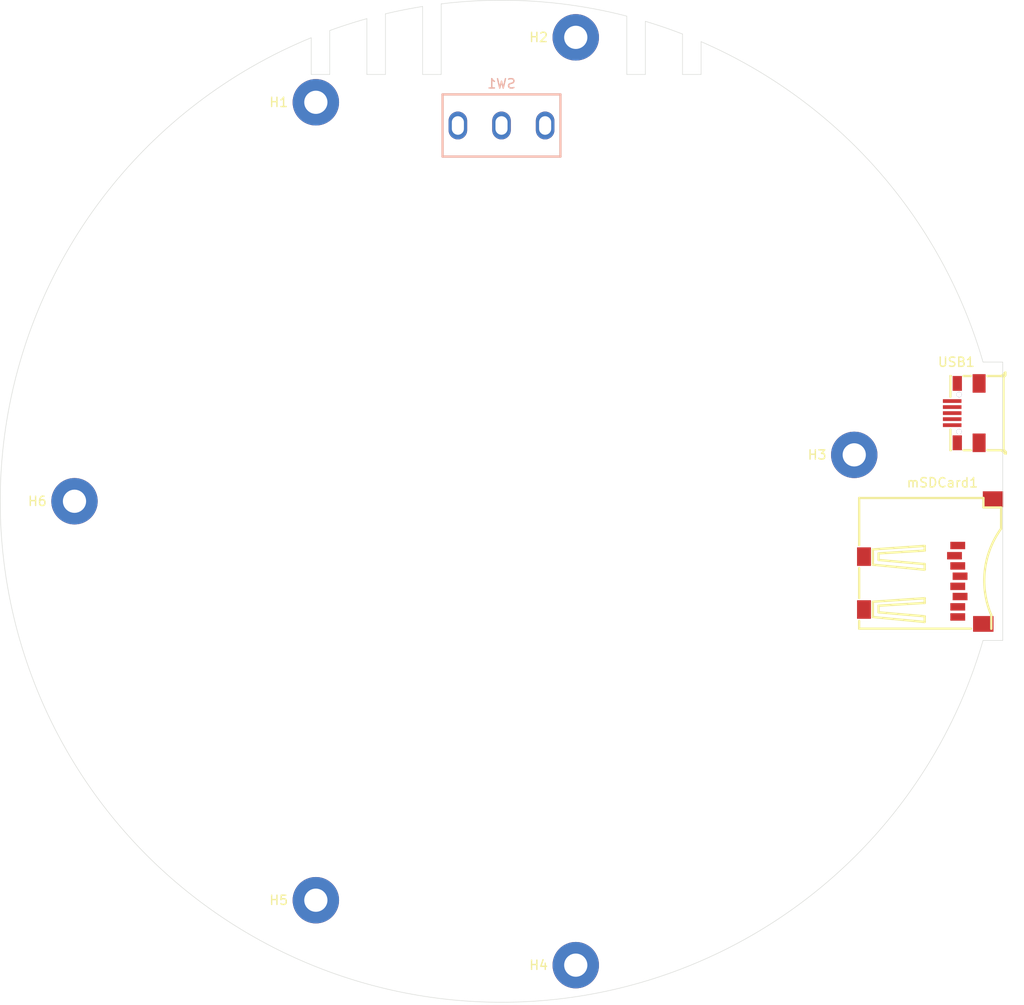
<source format=kicad_pcb>
(kicad_pcb (version 20241229) (generator "pcbnew") (generator_version "9.0")
  (title_block (title "esp32s3-gnss-base-station") (date "2025-11-25") (rev "0.1"))
  (layers (0 "F.Cu" signal) (4 "In1.Cu" power) (6 "In2.Cu" power) (2 "B.Cu" signal) (13 "F.Paste" user) (15 "B.Paste" user) (5 "F.SilkS" user "F.Silkscreen") (7 "B.SilkS" user "B.Silkscreen") (1 "F.Mask" user) (3 "B.Mask" user) (25 "Edge.Cuts" user))
  (net 0 "")
  (net 1 "GND")
  (footprint "MountingHole:MountingHole_2.5mm_Pad" (layer "F.Cu") (at 80 57)
    (property "Reference" "H1" (at -4 0 0) (layer "F.SilkS"))
    (property "Value" "MountingHole_Pad")
    (pad "1" thru_hole circle (at 0 0) (size 5 5) (drill 2.5) (layers "*.Cu" "*.Mask") (net 1 "GND"))
  )
  (footprint "MountingHole:MountingHole_2.5mm_Pad" (layer "F.Cu") (at 138 95)
    (property "Reference" "H3" (at -4 0 0) (layer "F.SilkS"))
    (property "Value" "MountingHole_Pad")
    (pad "1" thru_hole circle (at 0 0) (size 5 5) (drill 2.5) (layers "*.Cu" "*.Mask") (net 1 "GND"))
  )
  (footprint "MountingHole:MountingHole_2.5mm_Pad" (layer "F.Cu") (at 54 100)
    (property "Reference" "H6" (at -4 0 0) (layer "F.SilkS"))
    (property "Value" "MountingHole_Pad")
    (pad "1" thru_hole circle (at 0 0) (size 5 5) (drill 2.5) (layers "*.Cu" "*.Mask") (net 1 "GND"))
  )
  (footprint "LCSC:TF-SMD_TF-001B" (layer "F.Cu") (at 146 106.5 180)
    (property "Reference" "mSDCard1" (at -1.5 8.5 0) (layer "F.SilkS"))
    (property "Value" "TF-001B")
    (fp_line (start 7.47 6.85) (end -5.92 6.85) (stroke (width 0.25)) (layer "F.SilkS"))
    (fp_line (start 7.47 1.76) (end 7.47 6.85) (stroke (width 0.25)) (layer "F.SilkS"))
    (fp_line (start 7.47 -3.94) (end 7.47 -0.7) (stroke (width 0.25)) (layer "F.SilkS"))
    (fp_line (start 7.47 -7.23) (end 7.47 -6.4) (stroke (width 0.25)) (layer "F.SilkS"))
    (fp_line (start 7.47 -7.23) (end -4.57 -7.23) (stroke (width 0.25)) (layer "F.SilkS"))
    (fp_line (start 5.99 1.28) (end 5.97 1.31) (stroke (width 0.25)) (layer "F.SilkS"))
    (fp_line (start 5.99 -0.34) (end 5.99 1.28) (stroke (width 0.25)) (layer "F.SilkS"))
    (fp_line (start 5.99 -4.36) (end 5.97 -4.33) (stroke (width 0.25)) (layer "F.SilkS"))
    (fp_line (start 5.99 -5.98) (end 5.99 -4.36) (stroke (width 0.25)) (layer "F.SilkS"))
    (fp_line (start 5.97 1.31) (end 0.41 1.69) (stroke (width 0.25)) (layer "F.SilkS"))
    (fp_line (start 5.97 -4.33) (end 0.41 -3.95) (stroke (width 0.25)) (layer "F.SilkS"))
    (fp_line (start 5.38 0.88) (end 5.38 0.17) (stroke (width 0.25)) (layer "F.SilkS"))
    (fp_line (start 5.38 0.17) (end 0.41 -0.27) (stroke (width 0.25)) (layer "F.SilkS"))
    (fp_line (start 5.38 -4.76) (end 5.38 -5.47) (stroke (width 0.25)) (layer "F.SilkS"))
    (fp_line (start 5.38 -5.47) (end 0.41 -5.9) (stroke (width 0.25)) (layer "F.SilkS"))
    (fp_line (start 0.43 -0.88) (end 5.99 -0.34) (stroke (width 0.25)) (layer "F.SilkS"))
    (fp_line (start 0.43 -6.51) (end 5.99 -5.98) (stroke (width 0.25)) (layer "F.SilkS"))
    (fp_line (start 0.41 1.69) (end 0.41 1.32) (stroke (width 0.25)) (layer "F.SilkS"))
    (fp_line (start 0.41 1.32) (end 0.41 1.18) (stroke (width 0.25)) (layer "F.SilkS"))
    (fp_line (start 0.41 1.18) (end 5.38 0.88) (stroke (width 0.25)) (layer "F.SilkS"))
    (fp_line (start 0.41 -0.27) (end 0.41 -0.85) (stroke (width 0.25)) (layer "F.SilkS"))
    (fp_line (start 0.41 -0.85) (end 0.43 -0.88) (stroke (width 0.25)) (layer "F.SilkS"))
    (fp_line (start 0.41 -3.95) (end 0.41 -4.32) (stroke (width 0.25)) (layer "F.SilkS"))
    (fp_line (start 0.41 -4.32) (end 0.41 -4.46) (stroke (width 0.25)) (layer "F.SilkS"))
    (fp_line (start 0.41 -4.46) (end 5.38 -4.76) (stroke (width 0.25)) (layer "F.SilkS"))
    (fp_line (start 0.41 -5.9) (end 0.41 -6.49) (stroke (width 0.25)) (layer "F.SilkS"))
    (fp_line (start 0.41 -6.49) (end 0.43 -6.51) (stroke (width 0.25)) (layer "F.SilkS"))
    (fp_line (start -5.92 6.85) (end -5.92 5.83) (stroke (width 0.25)) (layer "F.SilkS"))
    (fp_line (start -5.92 5.83) (end -7.82 5.83) (stroke (width 0.25)) (layer "F.SilkS"))
    (fp_line (start -6.76 -7.25) (end -6.76 -5.75) (stroke (width 0.25)) (layer "F.SilkS"))
    (fp_line (start -7.82 5.83) (end -7.82 3.52) (stroke (width 0.25)) (layer "F.SilkS"))
    (fp_arc (start -6.754014 -5.753786) (mid -6.066162 -0.980322) (end -7.8 3.52) (stroke (width 0.25)) (layer "F.SilkS"))
    (pad "1" smd rect (at -3.15 1.73) (size 1.6 0.8) (layers "F.Cu" "F.Mask" "F.Paste"))
    (pad "2" smd rect (at -2.8 0.63 180) (size 1.6 0.8) (layers "F.Cu" "F.Mask" "F.Paste"))
    (pad "3" smd rect (at -3.15 -0.47 180) (size 1.6 0.8) (layers "F.Cu" "F.Mask" "F.Paste"))
    (pad "4" smd rect (at -3.4 -1.58 180) (size 1.6 0.8) (layers "F.Cu" "F.Mask" "F.Paste"))
    (pad "5" smd rect (at -3.15 -2.67 180) (size 1.6 0.8) (layers "F.Cu" "F.Mask" "F.Paste"))
    (pad "6" smd rect (at -3.4 -3.77 180) (size 1.6 0.8) (layers "F.Cu" "F.Mask" "F.Paste"))
    (pad "7" smd rect (at -3.15 -4.88 180) (size 1.6 0.8) (layers "F.Cu" "F.Mask" "F.Paste"))
    (pad "8" smd rect (at -3.15 -5.97 180) (size 1.6 0.8) (layers "F.Cu" "F.Mask" "F.Paste"))
    (pad "9" smd rect (at -5.9 -6.72 270) (size 1.7 2.2) (layers "F.Cu" "F.Mask" "F.Paste"))
    (pad "10" smd rect (at -6.95 6.72 270) (size 1.7 2.2) (layers "F.Cu" "F.Mask" "F.Paste"))
    (pad "11" smd rect (at 6.95 -5.17) (size 1.5 2) (layers "F.Cu" "F.Mask" "F.Paste"))
    (pad "12" smd rect (at 6.95 0.53) (size 1.5 2) (layers "F.Cu" "F.Mask" "F.Paste"))
  )
  (footprint "MountingHole:MountingHole_2.5mm_Pad" (layer "F.Cu") (at 108 50)
    (property "Reference" "H2" (at -4 0 0) (layer "F.SilkS"))
    (property "Value" "MountingHole_Pad")
    (pad "1" thru_hole circle (at 0 0) (size 5 5) (drill 2.5) (layers "*.Cu" "*.Mask") (net 1 "GND"))
  )
  (footprint "MountingHole:MountingHole_2.5mm_Pad" (layer "F.Cu") (at 80 143)
    (property "Reference" "H5" (at -4 0 0) (layer "F.SilkS"))
    (property "Value" "MountingHole_Pad")
    (pad "1" thru_hole circle (at 0 0) (size 5 5) (drill 2.5) (layers "*.Cu" "*.Mask") (net 1 "GND"))
  )
  (footprint "LCSC:MICRO-USB-SMD_MICROQTJ-5P" (layer "F.Cu") (at 150 90.5 90)
    (property "Reference" "USB1" (at 5.5 -1 180) (layer "F.SilkS"))
    (property "Value" "MICROQTJ")
    (fp_line (start 1.76 -1.64) (end 4 -1.64) (stroke (width 0.25)) (layer "F.SilkS"))
    (fp_line (start -4 -1.64) (end -1.76 -1.64) (stroke (width 0.25)) (layer "F.SilkS"))
    (fp_line (start 4 -1.59) (end 4 -1.64) (stroke (width 0.25)) (layer "F.SilkS"))
    (fp_line (start -4 -1.59) (end -4 -1.64) (stroke (width 0.25)) (layer "F.SilkS"))
    (fp_line (start 4 0.57) (end 4 -0.23) (stroke (width 0.25)) (layer "F.SilkS"))
    (fp_line (start -4 0.57) (end -4 -0.23) (stroke (width 0.25)) (layer "F.SilkS"))
    (fp_line (start 4 2.39) (end 4 2.33) (stroke (width 0.25)) (layer "F.SilkS"))
    (fp_line (start 4 2.39) (end 4 3.99) (stroke (width 0.25)) (layer "F.SilkS"))
    (fp_line (start -4 2.39) (end -4 2.33) (stroke (width 0.25)) (layer "F.SilkS"))
    (fp_line (start -4 2.39) (end -4 3.86) (stroke (width 0.25)) (layer "F.SilkS"))
    (fp_line (start 3.99 3.86) (end 4.38 4.28) (stroke (width 0.25)) (layer "F.SilkS"))
    (fp_line (start 3.88 4.08) (end -3.94 4.08) (stroke (width 0.25)) (layer "F.SilkS"))
    (fp_line (start -3.94 4.08) (end -4.2 4.33) (stroke (width 0.25)) (layer "F.SilkS"))
    (fp_line (start 4.38 4.28) (end 4.09 4.28) (stroke (width 0.25)) (layer "F.SilkS"))
    (fp_line (start 4.09 4.28) (end 3.88 4.08) (stroke (width 0.25)) (layer "F.SilkS"))
    (fp_line (start -4.37 4.28) (end -4.01 3.86) (stroke (width 0.25)) (layer "F.SilkS"))
    (fp_line (start -4.2 4.33) (end -4.37 4.33) (stroke (width 0.25)) (layer "F.SilkS"))
    (fp_line (start -4.37 4.33) (end -4.37 4.28) (stroke (width 0.25)) (layer "F.SilkS"))
    (pad "" thru_hole circle (at -2 -0.7 90) (size 0.55 0.55) (drill 0.55) (layers "*.Cu" "*.Mask"))
    (pad "" thru_hole circle (at 2 -0.7 90) (size 0.55 0.55) (drill 0.55) (layers "*.Cu" "*.Mask"))
    (pad "1" smd rect (at -1.3 -1.45) (size 2 0.4) (layers "F.Cu" "F.Mask" "F.Paste"))
    (pad "2" smd rect (at -0.65 -1.45) (size 2 0.4) (layers "F.Cu" "F.Mask" "F.Paste"))
    (pad "3" smd rect (at 0 -1.45) (size 2 0.4) (layers "F.Cu" "F.Mask" "F.Paste"))
    (pad "4" smd rect (at 0.65 -1.45) (size 2 0.4) (layers "F.Cu" "F.Mask" "F.Paste"))
    (pad "5" smd rect (at 1.3 -1.45) (size 2 0.4) (layers "F.Cu" "F.Mask" "F.Paste"))
    (pad "6" smd rect (at -3.2 -0.9 90) (size 1.6 1) (layers "F.Cu" "F.Mask" "F.Paste"))
    (pad "7" smd rect (at -3.2 1.45 90) (size 2 1.4) (layers "F.Cu" "F.Mask" "F.Paste"))
    (pad "8" smd rect (at 3.2 1.45 90) (size 2 1.4) (layers "F.Cu" "F.Mask" "F.Paste"))
    (pad "9" smd rect (at 3.2 -0.9 90) (size 1.6 1) (layers "F.Cu" "F.Mask" "F.Paste"))
  )
  (footprint "MountingHole:MountingHole_2.5mm_Pad" (layer "F.Cu") (at 108 150)
    (property "Reference" "H4" (at -4 0 0) (layer "F.SilkS"))
    (property "Value" "MountingHole_Pad")
    (pad "1" thru_hole circle (at 0 0) (size 5 5) (drill 2.5) (layers "*.Cu" "*.Mask") (net 1 "GND"))
  )
  (footprint "LCSC:SW-TH_SS-12D10L5" (layer "B.Cu") (at 100 59.5 180)
    (property "Reference" "SW1" (at 0 4.5 0) (layer "B.SilkS") (effects (justify mirror)))
    (property "Value" "SS-12D10L5")
    (fp_line (start 6.35 3.35) (end 6.35 -3.35) (stroke (width 0.25)) (layer "B.SilkS"))
    (fp_line (start 6.35 -3.35) (end -6.35 -3.35) (stroke (width 0.25)) (layer "B.SilkS"))
    (fp_line (start -6.35 3.35) (end 6.35 3.35) (stroke (width 0.25)) (layer "B.SilkS"))
    (fp_line (start -6.35 -3.35) (end -6.35 3.35) (stroke (width 0.25)) (layer "B.SilkS"))
    (pad "1" thru_hole oval (at -4.7 0 180) (size 2 3) (drill oval 1.300023 1.999996) (layers "*.Cu" "*.Mask"))
    (pad "2" thru_hole oval (at 0 0 180) (size 2 3) (drill oval 1.300023 1.999996) (layers "*.Cu" "*.Mask"))
    (pad "3" thru_hole oval (at 4.7 0 180) (size 2 3) (drill oval 1.300023 1.999996) (layers "*.Cu" "*.Mask"))
  )
  (gr_line (start 91.5 54) (end 93.5 54) (stroke (width 0.05)) (layer "Edge.Cuts"))
  (gr_line (start 93.5 54) (end 93.5 46.392633) (stroke (width 0.05)) (layer "Edge.Cuts"))
  (gr_line (start 154 100) (end 154 85) (stroke (width 0.05)) (layer "Edge.Cuts"))
  (gr_line (start 115.5 54) (end 113.5 54) (stroke (width 0.05)) (layer "Edge.Cuts"))
  (gr_line (start 79.5 54) (end 81.5 54) (stroke (width 0.05)) (layer "Edge.Cuts"))
  (gr_line (start 119.5 54) (end 121.5 54) (stroke (width 0.05)) (layer "Edge.Cuts"))
  (gr_arc (start 81.5 49.267862) (mid 83.487502 48.586605) (end 85.5 47.983178) (stroke (width 0.05)) (layer "Edge.Cuts"))
  (gr_line (start 115.5 54) (end 115.500003 48.272355) (stroke (width 0.05)) (layer "Edge.Cuts"))
  (gr_arc (start 151.874846 114.999993) (mid 63.931129 140.18751) (end 79.5 50.042523) (stroke (width 0.05)) (layer "Edge.Cuts"))
  (gr_line (start 91.5 46.67318) (end 91.5 54) (stroke (width 0.05)) (layer "Edge.Cuts"))
  (gr_line (start 119.499989 49.643772) (end 119.5 54) (stroke (width 0.05)) (layer "Edge.Cuts"))
  (gr_line (start 85.5 54) (end 87.5 54) (stroke (width 0.05)) (layer "Edge.Cuts"))
  (gr_line (start 79.5 50.042523) (end 79.5 54) (stroke (width 0.05)) (layer "Edge.Cuts"))
  (gr_line (start 87.500001 54) (end 87.499997 47.46668) (stroke (width 0.05)) (layer "Edge.Cuts"))
  (gr_line (start 113.5 47.714727) (end 113.5 54) (stroke (width 0.05)) (layer "Edge.Cuts"))
  (gr_arc (start 87.499997 47.46668) (mid 89.492505 47.032157) (end 91.5 46.67318) (stroke (width 0.05)) (layer "Edge.Cuts"))
  (gr_line (start 85.5 47.983178) (end 85.5 54) (stroke (width 0.05)) (layer "Edge.Cuts"))
  (gr_arc (start 115.499999 48.272353) (mid 117.513423 48.918893) (end 119.499989 49.64377) (stroke (width 0.05)) (layer "Edge.Cuts"))
  (gr_line (start 81.5 54) (end 81.5 49.267863) (stroke (width 0.05)) (layer "Edge.Cuts"))
  (gr_line (start 154 115) (end 151.874848 114.999994) (stroke (width 0.05)) (layer "Edge.Cuts"))
  (gr_arc (start 121.499999 50.464661) (mid 140.54799 64.33685) (end 151.874848 85.000003) (stroke (width 0.05)) (layer "Edge.Cuts"))
  (gr_line (start 154 100) (end 154 115) (stroke (width 0.05)) (layer "Edge.Cuts"))
  (gr_line (start 154 85) (end 151.874848 85.000003) (stroke (width 0.05)) (layer "Edge.Cuts"))
  (gr_arc (start 93.5 46.392633) (mid 103.561879 46.117602) (end 113.5 47.714727) (stroke (width 0.05)) (layer "Edge.Cuts"))
  (gr_line (start 121.5 54) (end 121.499999 50.464662) (stroke (width 0.05)) (layer "Edge.Cuts"))
)
</source>
